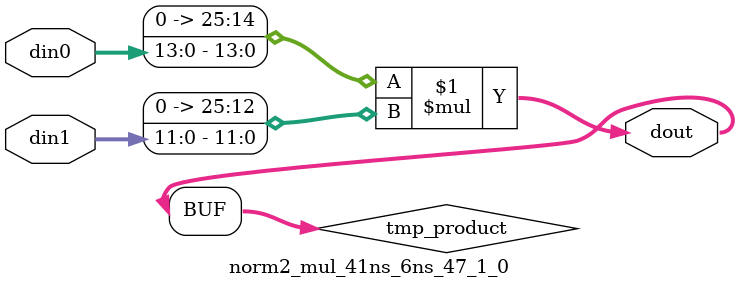
<source format=v>

`timescale 1 ns / 1 ps

 module norm2_mul_41ns_6ns_47_1_0(din0, din1, dout);
parameter ID = 1;
parameter NUM_STAGE = 0;
parameter din0_WIDTH = 14;
parameter din1_WIDTH = 12;
parameter dout_WIDTH = 26;

input [din0_WIDTH - 1 : 0] din0; 
input [din1_WIDTH - 1 : 0] din1; 
output [dout_WIDTH - 1 : 0] dout;

wire signed [dout_WIDTH - 1 : 0] tmp_product;
























assign tmp_product = $signed({1'b0, din0}) * $signed({1'b0, din1});











assign dout = tmp_product;





















endmodule

</source>
